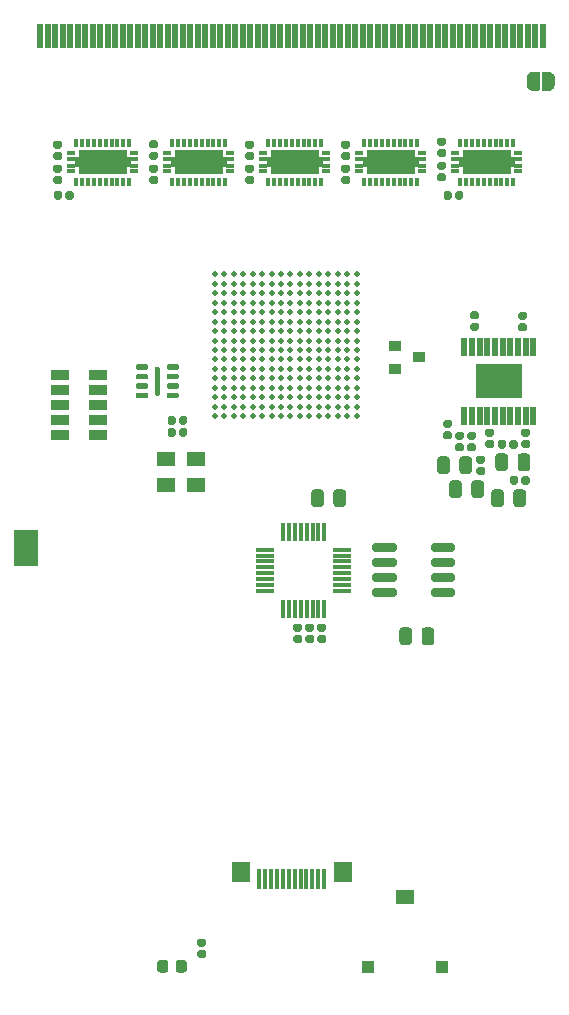
<source format=gts>
G04 #@! TF.GenerationSoftware,KiCad,Pcbnew,5.1.6-c6e7f7d~86~ubuntu18.04.1*
G04 #@! TF.CreationDate,2021-09-21T12:25:19+02:00*
G04 #@! TF.ProjectId,nhci,6e686369-2e6b-4696-9361-645f70636258,rev?*
G04 #@! TF.SameCoordinates,Original*
G04 #@! TF.FileFunction,Soldermask,Top*
G04 #@! TF.FilePolarity,Negative*
%FSLAX46Y46*%
G04 Gerber Fmt 4.6, Leading zero omitted, Abs format (unit mm)*
G04 Created by KiCad (PCBNEW 5.1.6-c6e7f7d~86~ubuntu18.04.1) date 2021-09-21 12:25:19*
%MOMM*%
%LPD*%
G01*
G04 APERTURE LIST*
%ADD10C,0.100000*%
%ADD11R,1.000000X0.900000*%
%ADD12R,1.500000X1.800000*%
%ADD13R,0.400000X1.800000*%
%ADD14R,0.500000X2.100000*%
%ADD15R,2.100000X3.100000*%
%ADD16R,1.570000X0.840000*%
%ADD17R,3.960000X2.840000*%
%ADD18R,0.550000X1.550000*%
%ADD19R,1.500000X1.300000*%
%ADD20R,1.575000X0.400000*%
%ADD21R,0.400000X1.575000*%
%ADD22R,1.000000X1.100000*%
%ADD23C,0.470000*%
%ADD24R,0.425000X0.850000*%
%ADD25R,0.700000X0.300000*%
%ADD26R,4.150000X2.150000*%
%ADD27R,0.700000X0.340000*%
%ADD28R,0.340000X0.700000*%
G04 APERTURE END LIST*
D10*
G36*
X86211889Y-102907398D02*
G01*
X86193466Y-102907398D01*
X86188565Y-102907157D01*
X86139734Y-102902347D01*
X86134881Y-102901627D01*
X86086756Y-102892055D01*
X86081995Y-102890863D01*
X86035040Y-102876619D01*
X86030421Y-102874966D01*
X85985088Y-102856189D01*
X85980651Y-102854091D01*
X85937378Y-102830960D01*
X85933171Y-102828438D01*
X85892372Y-102801178D01*
X85888430Y-102798254D01*
X85850501Y-102767126D01*
X85846866Y-102763831D01*
X85812169Y-102729134D01*
X85808874Y-102725499D01*
X85777746Y-102687570D01*
X85774822Y-102683628D01*
X85747562Y-102642829D01*
X85745040Y-102638622D01*
X85721909Y-102595349D01*
X85719811Y-102590912D01*
X85701034Y-102545579D01*
X85699381Y-102540960D01*
X85685137Y-102494005D01*
X85683945Y-102489244D01*
X85674373Y-102441119D01*
X85673653Y-102436266D01*
X85668843Y-102387435D01*
X85668602Y-102382534D01*
X85668602Y-102364111D01*
X85668000Y-102358000D01*
X85668000Y-101858000D01*
X85668602Y-101851889D01*
X85668602Y-101833466D01*
X85668843Y-101828565D01*
X85673653Y-101779734D01*
X85674373Y-101774881D01*
X85683945Y-101726756D01*
X85685137Y-101721995D01*
X85699381Y-101675040D01*
X85701034Y-101670421D01*
X85719811Y-101625088D01*
X85721909Y-101620651D01*
X85745040Y-101577378D01*
X85747562Y-101573171D01*
X85774822Y-101532372D01*
X85777746Y-101528430D01*
X85808874Y-101490501D01*
X85812169Y-101486866D01*
X85846866Y-101452169D01*
X85850501Y-101448874D01*
X85888430Y-101417746D01*
X85892372Y-101414822D01*
X85933171Y-101387562D01*
X85937378Y-101385040D01*
X85980651Y-101361909D01*
X85985088Y-101359811D01*
X86030421Y-101341034D01*
X86035040Y-101339381D01*
X86081995Y-101325137D01*
X86086756Y-101323945D01*
X86134881Y-101314373D01*
X86139734Y-101313653D01*
X86188565Y-101308843D01*
X86193466Y-101308602D01*
X86211889Y-101308602D01*
X86218000Y-101308000D01*
X86718000Y-101308000D01*
X86727755Y-101308961D01*
X86737134Y-101311806D01*
X86745779Y-101316427D01*
X86753355Y-101322645D01*
X86759573Y-101330221D01*
X86764194Y-101338866D01*
X86767039Y-101348245D01*
X86768000Y-101358000D01*
X86768000Y-102858000D01*
X86767039Y-102867755D01*
X86764194Y-102877134D01*
X86759573Y-102885779D01*
X86753355Y-102893355D01*
X86745779Y-102899573D01*
X86737134Y-102904194D01*
X86727755Y-102907039D01*
X86718000Y-102908000D01*
X86218000Y-102908000D01*
X86211889Y-102907398D01*
G37*
G36*
X87008245Y-102907039D02*
G01*
X86998866Y-102904194D01*
X86990221Y-102899573D01*
X86982645Y-102893355D01*
X86976427Y-102885779D01*
X86971806Y-102877134D01*
X86968961Y-102867755D01*
X86968000Y-102858000D01*
X86968000Y-101358000D01*
X86968961Y-101348245D01*
X86971806Y-101338866D01*
X86976427Y-101330221D01*
X86982645Y-101322645D01*
X86990221Y-101316427D01*
X86998866Y-101311806D01*
X87008245Y-101308961D01*
X87018000Y-101308000D01*
X87518000Y-101308000D01*
X87524111Y-101308602D01*
X87542534Y-101308602D01*
X87547435Y-101308843D01*
X87596266Y-101313653D01*
X87601119Y-101314373D01*
X87649244Y-101323945D01*
X87654005Y-101325137D01*
X87700960Y-101339381D01*
X87705579Y-101341034D01*
X87750912Y-101359811D01*
X87755349Y-101361909D01*
X87798622Y-101385040D01*
X87802829Y-101387562D01*
X87843628Y-101414822D01*
X87847570Y-101417746D01*
X87885499Y-101448874D01*
X87889134Y-101452169D01*
X87923831Y-101486866D01*
X87927126Y-101490501D01*
X87958254Y-101528430D01*
X87961178Y-101532372D01*
X87988438Y-101573171D01*
X87990960Y-101577378D01*
X88014091Y-101620651D01*
X88016189Y-101625088D01*
X88034966Y-101670421D01*
X88036619Y-101675040D01*
X88050863Y-101721995D01*
X88052055Y-101726756D01*
X88061627Y-101774881D01*
X88062347Y-101779734D01*
X88067157Y-101828565D01*
X88067398Y-101833466D01*
X88067398Y-101851889D01*
X88068000Y-101858000D01*
X88068000Y-102358000D01*
X88067398Y-102364111D01*
X88067398Y-102382534D01*
X88067157Y-102387435D01*
X88062347Y-102436266D01*
X88061627Y-102441119D01*
X88052055Y-102489244D01*
X88050863Y-102494005D01*
X88036619Y-102540960D01*
X88034966Y-102545579D01*
X88016189Y-102590912D01*
X88014091Y-102595349D01*
X87990960Y-102638622D01*
X87988438Y-102642829D01*
X87961178Y-102683628D01*
X87958254Y-102687570D01*
X87927126Y-102725499D01*
X87923831Y-102729134D01*
X87889134Y-102763831D01*
X87885499Y-102767126D01*
X87847570Y-102798254D01*
X87843628Y-102801178D01*
X87802829Y-102828438D01*
X87798622Y-102830960D01*
X87755349Y-102854091D01*
X87750912Y-102856189D01*
X87705579Y-102874966D01*
X87700960Y-102876619D01*
X87654005Y-102890863D01*
X87649244Y-102892055D01*
X87601119Y-102901627D01*
X87596266Y-102902347D01*
X87547435Y-102907157D01*
X87542534Y-102907398D01*
X87524111Y-102907398D01*
X87518000Y-102908000D01*
X87018000Y-102908000D01*
X87008245Y-102907039D01*
G37*
D11*
X76565000Y-125476000D03*
X74565000Y-126426000D03*
X74565000Y-124526000D03*
G36*
G01*
X46342000Y-111562500D02*
X46342000Y-111957500D01*
G75*
G02*
X46169500Y-112130000I-172500J0D01*
G01*
X45824500Y-112130000D01*
G75*
G02*
X45652000Y-111957500I0J172500D01*
G01*
X45652000Y-111562500D01*
G75*
G02*
X45824500Y-111390000I172500J0D01*
G01*
X46169500Y-111390000D01*
G75*
G02*
X46342000Y-111562500I0J-172500D01*
G01*
G37*
G36*
G01*
X47312000Y-111562500D02*
X47312000Y-111957500D01*
G75*
G02*
X47139500Y-112130000I-172500J0D01*
G01*
X46794500Y-112130000D01*
G75*
G02*
X46622000Y-111957500I0J172500D01*
G01*
X46622000Y-111562500D01*
G75*
G02*
X46794500Y-111390000I172500J0D01*
G01*
X47139500Y-111390000D01*
G75*
G02*
X47312000Y-111562500I0J-172500D01*
G01*
G37*
D12*
X61466000Y-169082000D03*
X70106000Y-169082000D03*
D13*
X63036000Y-169632000D03*
X63536000Y-169632000D03*
X64036000Y-169632000D03*
X64536000Y-169632000D03*
X65036000Y-169632000D03*
X65536000Y-169632000D03*
X68536000Y-169632000D03*
X68036000Y-169632000D03*
X67536000Y-169632000D03*
X67036000Y-169632000D03*
X66536000Y-169632000D03*
X66036000Y-169632000D03*
D14*
X44513500Y-98282000D03*
X45783500Y-98282000D03*
X47053500Y-98282000D03*
X48323500Y-98282000D03*
X49593500Y-98282000D03*
X50863500Y-98282000D03*
X52133500Y-98282000D03*
X53403500Y-98282000D03*
X54673500Y-98282000D03*
X55943500Y-98282000D03*
X57213500Y-98282000D03*
X58483500Y-98282000D03*
X59753500Y-98282000D03*
X61023500Y-98282000D03*
X62293500Y-98282000D03*
X63563500Y-98282000D03*
X64833500Y-98282000D03*
X66103500Y-98282000D03*
X67373500Y-98282000D03*
X68643500Y-98282000D03*
X69913500Y-98282000D03*
X71183500Y-98282000D03*
X72453500Y-98282000D03*
X73723500Y-98282000D03*
X74993500Y-98282000D03*
X76263500Y-98282000D03*
X77533500Y-98282000D03*
X78803500Y-98282000D03*
X80073500Y-98282000D03*
X81343500Y-98282000D03*
X82613500Y-98282000D03*
X83883500Y-98282000D03*
X85153500Y-98282000D03*
X86423500Y-98282000D03*
X45148500Y-98282000D03*
X46418500Y-98282000D03*
X47688500Y-98282000D03*
X48958500Y-98282000D03*
X50228500Y-98282000D03*
X51498500Y-98282000D03*
X52768500Y-98282000D03*
X54038500Y-98282000D03*
X55308500Y-98282000D03*
X56578500Y-98282000D03*
X57848500Y-98282000D03*
X59118500Y-98282000D03*
X60388500Y-98282000D03*
X61658500Y-98282000D03*
X62928500Y-98282000D03*
X64198500Y-98282000D03*
X65468500Y-98282000D03*
X66738500Y-98282000D03*
X68008500Y-98282000D03*
X69278500Y-98282000D03*
X70548500Y-98282000D03*
X71818500Y-98282000D03*
X73088500Y-98282000D03*
X74358500Y-98282000D03*
X75628500Y-98282000D03*
X76898500Y-98282000D03*
X78168500Y-98282000D03*
X79438500Y-98282000D03*
X80708500Y-98282000D03*
X81978500Y-98282000D03*
X83248500Y-98282000D03*
X84518500Y-98282000D03*
X85788500Y-98282000D03*
X87058500Y-98282000D03*
D15*
X43286000Y-141632000D03*
G36*
G01*
X55951500Y-177319250D02*
X55951500Y-176756750D01*
G75*
G02*
X56195250Y-176513000I243750J0D01*
G01*
X56682750Y-176513000D01*
G75*
G02*
X56926500Y-176756750I0J-243750D01*
G01*
X56926500Y-177319250D01*
G75*
G02*
X56682750Y-177563000I-243750J0D01*
G01*
X56195250Y-177563000D01*
G75*
G02*
X55951500Y-177319250I0J243750D01*
G01*
G37*
G36*
G01*
X54376500Y-177319250D02*
X54376500Y-176756750D01*
G75*
G02*
X54620250Y-176513000I243750J0D01*
G01*
X55107750Y-176513000D01*
G75*
G02*
X55351500Y-176756750I0J-243750D01*
G01*
X55351500Y-177319250D01*
G75*
G02*
X55107750Y-177563000I-243750J0D01*
G01*
X54620250Y-177563000D01*
G75*
G02*
X54376500Y-177319250I0J243750D01*
G01*
G37*
G36*
G01*
X57968500Y-175654000D02*
X58363500Y-175654000D01*
G75*
G02*
X58536000Y-175826500I0J-172500D01*
G01*
X58536000Y-176171500D01*
G75*
G02*
X58363500Y-176344000I-172500J0D01*
G01*
X57968500Y-176344000D01*
G75*
G02*
X57796000Y-176171500I0J172500D01*
G01*
X57796000Y-175826500D01*
G75*
G02*
X57968500Y-175654000I172500J0D01*
G01*
G37*
G36*
G01*
X57968500Y-174684000D02*
X58363500Y-174684000D01*
G75*
G02*
X58536000Y-174856500I0J-172500D01*
G01*
X58536000Y-175201500D01*
G75*
G02*
X58363500Y-175374000I-172500J0D01*
G01*
X57968500Y-175374000D01*
G75*
G02*
X57796000Y-175201500I0J172500D01*
G01*
X57796000Y-174856500D01*
G75*
G02*
X57968500Y-174684000I172500J0D01*
G01*
G37*
G36*
G01*
X56251000Y-132023500D02*
X56251000Y-131628500D01*
G75*
G02*
X56423500Y-131456000I172500J0D01*
G01*
X56768500Y-131456000D01*
G75*
G02*
X56941000Y-131628500I0J-172500D01*
G01*
X56941000Y-132023500D01*
G75*
G02*
X56768500Y-132196000I-172500J0D01*
G01*
X56423500Y-132196000D01*
G75*
G02*
X56251000Y-132023500I0J172500D01*
G01*
G37*
G36*
G01*
X55281000Y-132023500D02*
X55281000Y-131628500D01*
G75*
G02*
X55453500Y-131456000I172500J0D01*
G01*
X55798500Y-131456000D01*
G75*
G02*
X55971000Y-131628500I0J-172500D01*
G01*
X55971000Y-132023500D01*
G75*
G02*
X55798500Y-132196000I-172500J0D01*
G01*
X55453500Y-132196000D01*
G75*
G02*
X55281000Y-132023500I0J172500D01*
G01*
G37*
G36*
G01*
X56251000Y-131007500D02*
X56251000Y-130612500D01*
G75*
G02*
X56423500Y-130440000I172500J0D01*
G01*
X56768500Y-130440000D01*
G75*
G02*
X56941000Y-130612500I0J-172500D01*
G01*
X56941000Y-131007500D01*
G75*
G02*
X56768500Y-131180000I-172500J0D01*
G01*
X56423500Y-131180000D01*
G75*
G02*
X56251000Y-131007500I0J172500D01*
G01*
G37*
G36*
G01*
X55281000Y-131007500D02*
X55281000Y-130612500D01*
G75*
G02*
X55453500Y-130440000I172500J0D01*
G01*
X55798500Y-130440000D01*
G75*
G02*
X55971000Y-130612500I0J-172500D01*
G01*
X55971000Y-131007500D01*
G75*
G02*
X55798500Y-131180000I-172500J0D01*
G01*
X55453500Y-131180000D01*
G75*
G02*
X55281000Y-131007500I0J172500D01*
G01*
G37*
D16*
X46137000Y-132080000D03*
X49367000Y-132080000D03*
X46137000Y-130810000D03*
X49367000Y-130810000D03*
X46137000Y-129540000D03*
X49367000Y-129540000D03*
X46137000Y-128270000D03*
X49367000Y-128270000D03*
X46137000Y-127000000D03*
X49367000Y-127000000D03*
G36*
G01*
X77570000Y-141752000D02*
X77570000Y-141402000D01*
G75*
G02*
X77745000Y-141227000I175000J0D01*
G01*
X79445000Y-141227000D01*
G75*
G02*
X79620000Y-141402000I0J-175000D01*
G01*
X79620000Y-141752000D01*
G75*
G02*
X79445000Y-141927000I-175000J0D01*
G01*
X77745000Y-141927000D01*
G75*
G02*
X77570000Y-141752000I0J175000D01*
G01*
G37*
G36*
G01*
X77570000Y-143022000D02*
X77570000Y-142672000D01*
G75*
G02*
X77745000Y-142497000I175000J0D01*
G01*
X79445000Y-142497000D01*
G75*
G02*
X79620000Y-142672000I0J-175000D01*
G01*
X79620000Y-143022000D01*
G75*
G02*
X79445000Y-143197000I-175000J0D01*
G01*
X77745000Y-143197000D01*
G75*
G02*
X77570000Y-143022000I0J175000D01*
G01*
G37*
G36*
G01*
X77570000Y-144292000D02*
X77570000Y-143942000D01*
G75*
G02*
X77745000Y-143767000I175000J0D01*
G01*
X79445000Y-143767000D01*
G75*
G02*
X79620000Y-143942000I0J-175000D01*
G01*
X79620000Y-144292000D01*
G75*
G02*
X79445000Y-144467000I-175000J0D01*
G01*
X77745000Y-144467000D01*
G75*
G02*
X77570000Y-144292000I0J175000D01*
G01*
G37*
G36*
G01*
X77570000Y-145562000D02*
X77570000Y-145212000D01*
G75*
G02*
X77745000Y-145037000I175000J0D01*
G01*
X79445000Y-145037000D01*
G75*
G02*
X79620000Y-145212000I0J-175000D01*
G01*
X79620000Y-145562000D01*
G75*
G02*
X79445000Y-145737000I-175000J0D01*
G01*
X77745000Y-145737000D01*
G75*
G02*
X77570000Y-145562000I0J175000D01*
G01*
G37*
G36*
G01*
X72620000Y-145562000D02*
X72620000Y-145212000D01*
G75*
G02*
X72795000Y-145037000I175000J0D01*
G01*
X74495000Y-145037000D01*
G75*
G02*
X74670000Y-145212000I0J-175000D01*
G01*
X74670000Y-145562000D01*
G75*
G02*
X74495000Y-145737000I-175000J0D01*
G01*
X72795000Y-145737000D01*
G75*
G02*
X72620000Y-145562000I0J175000D01*
G01*
G37*
G36*
G01*
X72620000Y-144292000D02*
X72620000Y-143942000D01*
G75*
G02*
X72795000Y-143767000I175000J0D01*
G01*
X74495000Y-143767000D01*
G75*
G02*
X74670000Y-143942000I0J-175000D01*
G01*
X74670000Y-144292000D01*
G75*
G02*
X74495000Y-144467000I-175000J0D01*
G01*
X72795000Y-144467000D01*
G75*
G02*
X72620000Y-144292000I0J175000D01*
G01*
G37*
G36*
G01*
X72620000Y-143022000D02*
X72620000Y-142672000D01*
G75*
G02*
X72795000Y-142497000I175000J0D01*
G01*
X74495000Y-142497000D01*
G75*
G02*
X74670000Y-142672000I0J-175000D01*
G01*
X74670000Y-143022000D01*
G75*
G02*
X74495000Y-143197000I-175000J0D01*
G01*
X72795000Y-143197000D01*
G75*
G02*
X72620000Y-143022000I0J175000D01*
G01*
G37*
G36*
G01*
X72620000Y-141752000D02*
X72620000Y-141402000D01*
G75*
G02*
X72795000Y-141227000I175000J0D01*
G01*
X74495000Y-141227000D01*
G75*
G02*
X74670000Y-141402000I0J-175000D01*
G01*
X74670000Y-141752000D01*
G75*
G02*
X74495000Y-141927000I-175000J0D01*
G01*
X72795000Y-141927000D01*
G75*
G02*
X72620000Y-141752000I0J175000D01*
G01*
G37*
G36*
G01*
X66491500Y-148704000D02*
X66096500Y-148704000D01*
G75*
G02*
X65924000Y-148531500I0J172500D01*
G01*
X65924000Y-148186500D01*
G75*
G02*
X66096500Y-148014000I172500J0D01*
G01*
X66491500Y-148014000D01*
G75*
G02*
X66664000Y-148186500I0J-172500D01*
G01*
X66664000Y-148531500D01*
G75*
G02*
X66491500Y-148704000I-172500J0D01*
G01*
G37*
G36*
G01*
X66491500Y-149674000D02*
X66096500Y-149674000D01*
G75*
G02*
X65924000Y-149501500I0J172500D01*
G01*
X65924000Y-149156500D01*
G75*
G02*
X66096500Y-148984000I172500J0D01*
G01*
X66491500Y-148984000D01*
G75*
G02*
X66664000Y-149156500I0J-172500D01*
G01*
X66664000Y-149501500D01*
G75*
G02*
X66491500Y-149674000I-172500J0D01*
G01*
G37*
G36*
G01*
X67507500Y-148704000D02*
X67112500Y-148704000D01*
G75*
G02*
X66940000Y-148531500I0J172500D01*
G01*
X66940000Y-148186500D01*
G75*
G02*
X67112500Y-148014000I172500J0D01*
G01*
X67507500Y-148014000D01*
G75*
G02*
X67680000Y-148186500I0J-172500D01*
G01*
X67680000Y-148531500D01*
G75*
G02*
X67507500Y-148704000I-172500J0D01*
G01*
G37*
G36*
G01*
X67507500Y-149674000D02*
X67112500Y-149674000D01*
G75*
G02*
X66940000Y-149501500I0J172500D01*
G01*
X66940000Y-149156500D01*
G75*
G02*
X67112500Y-148984000I172500J0D01*
G01*
X67507500Y-148984000D01*
G75*
G02*
X67680000Y-149156500I0J-172500D01*
G01*
X67680000Y-149501500D01*
G75*
G02*
X67507500Y-149674000I-172500J0D01*
G01*
G37*
G36*
G01*
X76775500Y-149579250D02*
X76775500Y-148616750D01*
G75*
G02*
X77044250Y-148348000I268750J0D01*
G01*
X77581750Y-148348000D01*
G75*
G02*
X77850500Y-148616750I0J-268750D01*
G01*
X77850500Y-149579250D01*
G75*
G02*
X77581750Y-149848000I-268750J0D01*
G01*
X77044250Y-149848000D01*
G75*
G02*
X76775500Y-149579250I0J268750D01*
G01*
G37*
G36*
G01*
X74900500Y-149579250D02*
X74900500Y-148616750D01*
G75*
G02*
X75169250Y-148348000I268750J0D01*
G01*
X75706750Y-148348000D01*
G75*
G02*
X75975500Y-148616750I0J-268750D01*
G01*
X75975500Y-149579250D01*
G75*
G02*
X75706750Y-149848000I-268750J0D01*
G01*
X75169250Y-149848000D01*
G75*
G02*
X74900500Y-149579250I0J268750D01*
G01*
G37*
G36*
G01*
X68128500Y-148984000D02*
X68523500Y-148984000D01*
G75*
G02*
X68696000Y-149156500I0J-172500D01*
G01*
X68696000Y-149501500D01*
G75*
G02*
X68523500Y-149674000I-172500J0D01*
G01*
X68128500Y-149674000D01*
G75*
G02*
X67956000Y-149501500I0J172500D01*
G01*
X67956000Y-149156500D01*
G75*
G02*
X68128500Y-148984000I172500J0D01*
G01*
G37*
G36*
G01*
X68128500Y-148014000D02*
X68523500Y-148014000D01*
G75*
G02*
X68696000Y-148186500I0J-172500D01*
G01*
X68696000Y-148531500D01*
G75*
G02*
X68523500Y-148704000I-172500J0D01*
G01*
X68128500Y-148704000D01*
G75*
G02*
X67956000Y-148531500I0J172500D01*
G01*
X67956000Y-148186500D01*
G75*
G02*
X68128500Y-148014000I172500J0D01*
G01*
G37*
G36*
G01*
X68512500Y-136932750D02*
X68512500Y-137895250D01*
G75*
G02*
X68243750Y-138164000I-268750J0D01*
G01*
X67706250Y-138164000D01*
G75*
G02*
X67437500Y-137895250I0J268750D01*
G01*
X67437500Y-136932750D01*
G75*
G02*
X67706250Y-136664000I268750J0D01*
G01*
X68243750Y-136664000D01*
G75*
G02*
X68512500Y-136932750I0J-268750D01*
G01*
G37*
G36*
G01*
X70387500Y-136932750D02*
X70387500Y-137895250D01*
G75*
G02*
X70118750Y-138164000I-268750J0D01*
G01*
X69581250Y-138164000D01*
G75*
G02*
X69312500Y-137895250I0J268750D01*
G01*
X69312500Y-136932750D01*
G75*
G02*
X69581250Y-136664000I268750J0D01*
G01*
X70118750Y-136664000D01*
G75*
G02*
X70387500Y-136932750I0J-268750D01*
G01*
G37*
G36*
G01*
X85146500Y-122591000D02*
X85541500Y-122591000D01*
G75*
G02*
X85714000Y-122763500I0J-172500D01*
G01*
X85714000Y-123108500D01*
G75*
G02*
X85541500Y-123281000I-172500J0D01*
G01*
X85146500Y-123281000D01*
G75*
G02*
X84974000Y-123108500I0J172500D01*
G01*
X84974000Y-122763500D01*
G75*
G02*
X85146500Y-122591000I172500J0D01*
G01*
G37*
G36*
G01*
X85146500Y-121621000D02*
X85541500Y-121621000D01*
G75*
G02*
X85714000Y-121793500I0J-172500D01*
G01*
X85714000Y-122138500D01*
G75*
G02*
X85541500Y-122311000I-172500J0D01*
G01*
X85146500Y-122311000D01*
G75*
G02*
X84974000Y-122138500I0J172500D01*
G01*
X84974000Y-121793500D01*
G75*
G02*
X85146500Y-121621000I172500J0D01*
G01*
G37*
G36*
G01*
X81082500Y-122545000D02*
X81477500Y-122545000D01*
G75*
G02*
X81650000Y-122717500I0J-172500D01*
G01*
X81650000Y-123062500D01*
G75*
G02*
X81477500Y-123235000I-172500J0D01*
G01*
X81082500Y-123235000D01*
G75*
G02*
X80910000Y-123062500I0J172500D01*
G01*
X80910000Y-122717500D01*
G75*
G02*
X81082500Y-122545000I172500J0D01*
G01*
G37*
G36*
G01*
X81082500Y-121575000D02*
X81477500Y-121575000D01*
G75*
G02*
X81650000Y-121747500I0J-172500D01*
G01*
X81650000Y-122092500D01*
G75*
G02*
X81477500Y-122265000I-172500J0D01*
G01*
X81082500Y-122265000D01*
G75*
G02*
X80910000Y-122092500I0J172500D01*
G01*
X80910000Y-121747500D01*
G75*
G02*
X81082500Y-121575000I172500J0D01*
G01*
G37*
G36*
G01*
X78796500Y-131735000D02*
X79191500Y-131735000D01*
G75*
G02*
X79364000Y-131907500I0J-172500D01*
G01*
X79364000Y-132252500D01*
G75*
G02*
X79191500Y-132425000I-172500J0D01*
G01*
X78796500Y-132425000D01*
G75*
G02*
X78624000Y-132252500I0J172500D01*
G01*
X78624000Y-131907500D01*
G75*
G02*
X78796500Y-131735000I172500J0D01*
G01*
G37*
G36*
G01*
X78796500Y-130765000D02*
X79191500Y-130765000D01*
G75*
G02*
X79364000Y-130937500I0J-172500D01*
G01*
X79364000Y-131282500D01*
G75*
G02*
X79191500Y-131455000I-172500J0D01*
G01*
X78796500Y-131455000D01*
G75*
G02*
X78624000Y-131282500I0J172500D01*
G01*
X78624000Y-130937500D01*
G75*
G02*
X78796500Y-130765000I172500J0D01*
G01*
G37*
G36*
G01*
X79812500Y-132751000D02*
X80207500Y-132751000D01*
G75*
G02*
X80380000Y-132923500I0J-172500D01*
G01*
X80380000Y-133268500D01*
G75*
G02*
X80207500Y-133441000I-172500J0D01*
G01*
X79812500Y-133441000D01*
G75*
G02*
X79640000Y-133268500I0J172500D01*
G01*
X79640000Y-132923500D01*
G75*
G02*
X79812500Y-132751000I172500J0D01*
G01*
G37*
G36*
G01*
X79812500Y-131781000D02*
X80207500Y-131781000D01*
G75*
G02*
X80380000Y-131953500I0J-172500D01*
G01*
X80380000Y-132298500D01*
G75*
G02*
X80207500Y-132471000I-172500J0D01*
G01*
X79812500Y-132471000D01*
G75*
G02*
X79640000Y-132298500I0J172500D01*
G01*
X79640000Y-131953500D01*
G75*
G02*
X79812500Y-131781000I172500J0D01*
G01*
G37*
G36*
G01*
X82352500Y-132474000D02*
X82747500Y-132474000D01*
G75*
G02*
X82920000Y-132646500I0J-172500D01*
G01*
X82920000Y-132991500D01*
G75*
G02*
X82747500Y-133164000I-172500J0D01*
G01*
X82352500Y-133164000D01*
G75*
G02*
X82180000Y-132991500I0J172500D01*
G01*
X82180000Y-132646500D01*
G75*
G02*
X82352500Y-132474000I172500J0D01*
G01*
G37*
G36*
G01*
X82352500Y-131504000D02*
X82747500Y-131504000D01*
G75*
G02*
X82920000Y-131676500I0J-172500D01*
G01*
X82920000Y-132021500D01*
G75*
G02*
X82747500Y-132194000I-172500J0D01*
G01*
X82352500Y-132194000D01*
G75*
G02*
X82180000Y-132021500I0J172500D01*
G01*
X82180000Y-131676500D01*
G75*
G02*
X82352500Y-131504000I172500J0D01*
G01*
G37*
G36*
G01*
X84214000Y-133039500D02*
X84214000Y-132644500D01*
G75*
G02*
X84386500Y-132472000I172500J0D01*
G01*
X84731500Y-132472000D01*
G75*
G02*
X84904000Y-132644500I0J-172500D01*
G01*
X84904000Y-133039500D01*
G75*
G02*
X84731500Y-133212000I-172500J0D01*
G01*
X84386500Y-133212000D01*
G75*
G02*
X84214000Y-133039500I0J172500D01*
G01*
G37*
G36*
G01*
X83244000Y-133039500D02*
X83244000Y-132644500D01*
G75*
G02*
X83416500Y-132472000I172500J0D01*
G01*
X83761500Y-132472000D01*
G75*
G02*
X83934000Y-132644500I0J-172500D01*
G01*
X83934000Y-133039500D01*
G75*
G02*
X83761500Y-133212000I-172500J0D01*
G01*
X83416500Y-133212000D01*
G75*
G02*
X83244000Y-133039500I0J172500D01*
G01*
G37*
G36*
G01*
X84950000Y-135692500D02*
X84950000Y-136087500D01*
G75*
G02*
X84777500Y-136260000I-172500J0D01*
G01*
X84432500Y-136260000D01*
G75*
G02*
X84260000Y-136087500I0J172500D01*
G01*
X84260000Y-135692500D01*
G75*
G02*
X84432500Y-135520000I172500J0D01*
G01*
X84777500Y-135520000D01*
G75*
G02*
X84950000Y-135692500I0J-172500D01*
G01*
G37*
G36*
G01*
X85920000Y-135692500D02*
X85920000Y-136087500D01*
G75*
G02*
X85747500Y-136260000I-172500J0D01*
G01*
X85402500Y-136260000D01*
G75*
G02*
X85230000Y-136087500I0J172500D01*
G01*
X85230000Y-135692500D01*
G75*
G02*
X85402500Y-135520000I172500J0D01*
G01*
X85747500Y-135520000D01*
G75*
G02*
X85920000Y-135692500I0J-172500D01*
G01*
G37*
G36*
G01*
X81590500Y-134760000D02*
X81985500Y-134760000D01*
G75*
G02*
X82158000Y-134932500I0J-172500D01*
G01*
X82158000Y-135277500D01*
G75*
G02*
X81985500Y-135450000I-172500J0D01*
G01*
X81590500Y-135450000D01*
G75*
G02*
X81418000Y-135277500I0J172500D01*
G01*
X81418000Y-134932500D01*
G75*
G02*
X81590500Y-134760000I172500J0D01*
G01*
G37*
G36*
G01*
X81590500Y-133790000D02*
X81985500Y-133790000D01*
G75*
G02*
X82158000Y-133962500I0J-172500D01*
G01*
X82158000Y-134307500D01*
G75*
G02*
X81985500Y-134480000I-172500J0D01*
G01*
X81590500Y-134480000D01*
G75*
G02*
X81418000Y-134307500I0J172500D01*
G01*
X81418000Y-133962500D01*
G75*
G02*
X81590500Y-133790000I172500J0D01*
G01*
G37*
D17*
X83312000Y-127508000D03*
D18*
X80387000Y-124583000D03*
X81037000Y-124583000D03*
X81687000Y-124583000D03*
X82337000Y-124583000D03*
X82987000Y-124583000D03*
X83637000Y-124583000D03*
X84287000Y-124583000D03*
X84937000Y-124583000D03*
X85587000Y-124583000D03*
X86237000Y-124583000D03*
X86237000Y-130433000D03*
X85587000Y-130433000D03*
X84937000Y-130433000D03*
X84287000Y-130433000D03*
X83637000Y-130433000D03*
X82987000Y-130433000D03*
X82337000Y-130433000D03*
X81687000Y-130433000D03*
X81037000Y-130433000D03*
X80387000Y-130433000D03*
G36*
G01*
X85400500Y-132474000D02*
X85795500Y-132474000D01*
G75*
G02*
X85968000Y-132646500I0J-172500D01*
G01*
X85968000Y-132991500D01*
G75*
G02*
X85795500Y-133164000I-172500J0D01*
G01*
X85400500Y-133164000D01*
G75*
G02*
X85228000Y-132991500I0J172500D01*
G01*
X85228000Y-132646500D01*
G75*
G02*
X85400500Y-132474000I172500J0D01*
G01*
G37*
G36*
G01*
X85400500Y-131504000D02*
X85795500Y-131504000D01*
G75*
G02*
X85968000Y-131676500I0J-172500D01*
G01*
X85968000Y-132021500D01*
G75*
G02*
X85795500Y-132194000I-172500J0D01*
G01*
X85400500Y-132194000D01*
G75*
G02*
X85228000Y-132021500I0J172500D01*
G01*
X85228000Y-131676500D01*
G75*
G02*
X85400500Y-131504000I172500J0D01*
G01*
G37*
G36*
G01*
X80828500Y-132751000D02*
X81223500Y-132751000D01*
G75*
G02*
X81396000Y-132923500I0J-172500D01*
G01*
X81396000Y-133268500D01*
G75*
G02*
X81223500Y-133441000I-172500J0D01*
G01*
X80828500Y-133441000D01*
G75*
G02*
X80656000Y-133268500I0J172500D01*
G01*
X80656000Y-132923500D01*
G75*
G02*
X80828500Y-132751000I172500J0D01*
G01*
G37*
G36*
G01*
X80828500Y-131781000D02*
X81223500Y-131781000D01*
G75*
G02*
X81396000Y-131953500I0J-172500D01*
G01*
X81396000Y-132298500D01*
G75*
G02*
X81223500Y-132471000I-172500J0D01*
G01*
X80828500Y-132471000D01*
G75*
G02*
X80656000Y-132298500I0J172500D01*
G01*
X80656000Y-131953500D01*
G75*
G02*
X80828500Y-131781000I172500J0D01*
G01*
G37*
G36*
G01*
X84903500Y-134847250D02*
X84903500Y-133884750D01*
G75*
G02*
X85172250Y-133616000I268750J0D01*
G01*
X85709750Y-133616000D01*
G75*
G02*
X85978500Y-133884750I0J-268750D01*
G01*
X85978500Y-134847250D01*
G75*
G02*
X85709750Y-135116000I-268750J0D01*
G01*
X85172250Y-135116000D01*
G75*
G02*
X84903500Y-134847250I0J268750D01*
G01*
G37*
G36*
G01*
X83028500Y-134847250D02*
X83028500Y-133884750D01*
G75*
G02*
X83297250Y-133616000I268750J0D01*
G01*
X83834750Y-133616000D01*
G75*
G02*
X84103500Y-133884750I0J-268750D01*
G01*
X84103500Y-134847250D01*
G75*
G02*
X83834750Y-135116000I-268750J0D01*
G01*
X83297250Y-135116000D01*
G75*
G02*
X83028500Y-134847250I0J268750D01*
G01*
G37*
G36*
G01*
X79980500Y-135101250D02*
X79980500Y-134138750D01*
G75*
G02*
X80249250Y-133870000I268750J0D01*
G01*
X80786750Y-133870000D01*
G75*
G02*
X81055500Y-134138750I0J-268750D01*
G01*
X81055500Y-135101250D01*
G75*
G02*
X80786750Y-135370000I-268750J0D01*
G01*
X80249250Y-135370000D01*
G75*
G02*
X79980500Y-135101250I0J268750D01*
G01*
G37*
G36*
G01*
X78105500Y-135101250D02*
X78105500Y-134138750D01*
G75*
G02*
X78374250Y-133870000I268750J0D01*
G01*
X78911750Y-133870000D01*
G75*
G02*
X79180500Y-134138750I0J-268750D01*
G01*
X79180500Y-135101250D01*
G75*
G02*
X78911750Y-135370000I-268750J0D01*
G01*
X78374250Y-135370000D01*
G75*
G02*
X78105500Y-135101250I0J268750D01*
G01*
G37*
G36*
G01*
X84552500Y-137895250D02*
X84552500Y-136932750D01*
G75*
G02*
X84821250Y-136664000I268750J0D01*
G01*
X85358750Y-136664000D01*
G75*
G02*
X85627500Y-136932750I0J-268750D01*
G01*
X85627500Y-137895250D01*
G75*
G02*
X85358750Y-138164000I-268750J0D01*
G01*
X84821250Y-138164000D01*
G75*
G02*
X84552500Y-137895250I0J268750D01*
G01*
G37*
G36*
G01*
X82677500Y-137895250D02*
X82677500Y-136932750D01*
G75*
G02*
X82946250Y-136664000I268750J0D01*
G01*
X83483750Y-136664000D01*
G75*
G02*
X83752500Y-136932750I0J-268750D01*
G01*
X83752500Y-137895250D01*
G75*
G02*
X83483750Y-138164000I-268750J0D01*
G01*
X82946250Y-138164000D01*
G75*
G02*
X82677500Y-137895250I0J268750D01*
G01*
G37*
G36*
G01*
X80996500Y-137133250D02*
X80996500Y-136170750D01*
G75*
G02*
X81265250Y-135902000I268750J0D01*
G01*
X81802750Y-135902000D01*
G75*
G02*
X82071500Y-136170750I0J-268750D01*
G01*
X82071500Y-137133250D01*
G75*
G02*
X81802750Y-137402000I-268750J0D01*
G01*
X81265250Y-137402000D01*
G75*
G02*
X80996500Y-137133250I0J268750D01*
G01*
G37*
G36*
G01*
X79121500Y-137133250D02*
X79121500Y-136170750D01*
G75*
G02*
X79390250Y-135902000I268750J0D01*
G01*
X79927750Y-135902000D01*
G75*
G02*
X80196500Y-136170750I0J-268750D01*
G01*
X80196500Y-137133250D01*
G75*
G02*
X79927750Y-137402000I-268750J0D01*
G01*
X79390250Y-137402000D01*
G75*
G02*
X79121500Y-137133250I0J268750D01*
G01*
G37*
G36*
G01*
X79339000Y-111562500D02*
X79339000Y-111957500D01*
G75*
G02*
X79166500Y-112130000I-172500J0D01*
G01*
X78821500Y-112130000D01*
G75*
G02*
X78649000Y-111957500I0J172500D01*
G01*
X78649000Y-111562500D01*
G75*
G02*
X78821500Y-111390000I172500J0D01*
G01*
X79166500Y-111390000D01*
G75*
G02*
X79339000Y-111562500I0J-172500D01*
G01*
G37*
G36*
G01*
X80309000Y-111562500D02*
X80309000Y-111957500D01*
G75*
G02*
X80136500Y-112130000I-172500J0D01*
G01*
X79791500Y-112130000D01*
G75*
G02*
X79619000Y-111957500I0J172500D01*
G01*
X79619000Y-111562500D01*
G75*
G02*
X79791500Y-111390000I172500J0D01*
G01*
X80136500Y-111390000D01*
G75*
G02*
X80309000Y-111562500I0J-172500D01*
G01*
G37*
D19*
X55118000Y-134112000D03*
X57658000Y-134112000D03*
X57658000Y-136312000D03*
X55118000Y-136312000D03*
D20*
X70040000Y-141760000D03*
X70040000Y-142260000D03*
X70040000Y-142760000D03*
X70040000Y-143260000D03*
X70040000Y-143760000D03*
X70040000Y-144260000D03*
X70040000Y-144760000D03*
X70040000Y-145260000D03*
D21*
X68552000Y-146748000D03*
X68052000Y-146748000D03*
X67552000Y-146748000D03*
X67052000Y-146748000D03*
X66552000Y-146748000D03*
X66052000Y-146748000D03*
X65552000Y-146748000D03*
X65052000Y-146748000D03*
D20*
X63564000Y-145260000D03*
X63564000Y-144760000D03*
X63564000Y-144260000D03*
X63564000Y-143760000D03*
X63564000Y-143260000D03*
X63564000Y-142760000D03*
X63564000Y-142260000D03*
X63564000Y-141760000D03*
D21*
X65052000Y-140272000D03*
X65552000Y-140272000D03*
X66052000Y-140272000D03*
X66552000Y-140272000D03*
X67052000Y-140272000D03*
X67552000Y-140272000D03*
X68052000Y-140272000D03*
X68552000Y-140272000D03*
D19*
X75386000Y-171196000D03*
D22*
X72286000Y-177096000D03*
X78486000Y-177096000D03*
G36*
G01*
X54512000Y-128758000D02*
X54312000Y-128758000D01*
G75*
G02*
X54212000Y-128658000I0J100000D01*
G01*
X54212000Y-126358000D01*
G75*
G02*
X54312000Y-126258000I100000J0D01*
G01*
X54512000Y-126258000D01*
G75*
G02*
X54612000Y-126358000I0J-100000D01*
G01*
X54612000Y-128658000D01*
G75*
G02*
X54512000Y-128758000I-100000J0D01*
G01*
G37*
G36*
G01*
X53524500Y-128933000D02*
X52699500Y-128933000D01*
G75*
G02*
X52587000Y-128820500I0J112500D01*
G01*
X52587000Y-128595500D01*
G75*
G02*
X52699500Y-128483000I112500J0D01*
G01*
X53524500Y-128483000D01*
G75*
G02*
X53637000Y-128595500I0J-112500D01*
G01*
X53637000Y-128820500D01*
G75*
G02*
X53524500Y-128933000I-112500J0D01*
G01*
G37*
G36*
G01*
X53524500Y-128133000D02*
X52699500Y-128133000D01*
G75*
G02*
X52587000Y-128020500I0J112500D01*
G01*
X52587000Y-127795500D01*
G75*
G02*
X52699500Y-127683000I112500J0D01*
G01*
X53524500Y-127683000D01*
G75*
G02*
X53637000Y-127795500I0J-112500D01*
G01*
X53637000Y-128020500D01*
G75*
G02*
X53524500Y-128133000I-112500J0D01*
G01*
G37*
G36*
G01*
X53524500Y-127333000D02*
X52699500Y-127333000D01*
G75*
G02*
X52587000Y-127220500I0J112500D01*
G01*
X52587000Y-126995500D01*
G75*
G02*
X52699500Y-126883000I112500J0D01*
G01*
X53524500Y-126883000D01*
G75*
G02*
X53637000Y-126995500I0J-112500D01*
G01*
X53637000Y-127220500D01*
G75*
G02*
X53524500Y-127333000I-112500J0D01*
G01*
G37*
G36*
G01*
X53524500Y-126533000D02*
X52699500Y-126533000D01*
G75*
G02*
X52587000Y-126420500I0J112500D01*
G01*
X52587000Y-126195500D01*
G75*
G02*
X52699500Y-126083000I112500J0D01*
G01*
X53524500Y-126083000D01*
G75*
G02*
X53637000Y-126195500I0J-112500D01*
G01*
X53637000Y-126420500D01*
G75*
G02*
X53524500Y-126533000I-112500J0D01*
G01*
G37*
G36*
G01*
X56124500Y-126533000D02*
X55299500Y-126533000D01*
G75*
G02*
X55187000Y-126420500I0J112500D01*
G01*
X55187000Y-126195500D01*
G75*
G02*
X55299500Y-126083000I112500J0D01*
G01*
X56124500Y-126083000D01*
G75*
G02*
X56237000Y-126195500I0J-112500D01*
G01*
X56237000Y-126420500D01*
G75*
G02*
X56124500Y-126533000I-112500J0D01*
G01*
G37*
G36*
G01*
X56124500Y-127333000D02*
X55299500Y-127333000D01*
G75*
G02*
X55187000Y-127220500I0J112500D01*
G01*
X55187000Y-126995500D01*
G75*
G02*
X55299500Y-126883000I112500J0D01*
G01*
X56124500Y-126883000D01*
G75*
G02*
X56237000Y-126995500I0J-112500D01*
G01*
X56237000Y-127220500D01*
G75*
G02*
X56124500Y-127333000I-112500J0D01*
G01*
G37*
G36*
G01*
X56124500Y-128133000D02*
X55299500Y-128133000D01*
G75*
G02*
X55187000Y-128020500I0J112500D01*
G01*
X55187000Y-127795500D01*
G75*
G02*
X55299500Y-127683000I112500J0D01*
G01*
X56124500Y-127683000D01*
G75*
G02*
X56237000Y-127795500I0J-112500D01*
G01*
X56237000Y-128020500D01*
G75*
G02*
X56124500Y-128133000I-112500J0D01*
G01*
G37*
G36*
G01*
X56124500Y-128933000D02*
X55299500Y-128933000D01*
G75*
G02*
X55187000Y-128820500I0J112500D01*
G01*
X55187000Y-128595500D01*
G75*
G02*
X55299500Y-128483000I112500J0D01*
G01*
X56124500Y-128483000D01*
G75*
G02*
X56237000Y-128595500I0J-112500D01*
G01*
X56237000Y-128820500D01*
G75*
G02*
X56124500Y-128933000I-112500J0D01*
G01*
G37*
D23*
X59278000Y-130460000D03*
X60078000Y-130460000D03*
X60878000Y-130460000D03*
X61678000Y-130460000D03*
X62478000Y-130460000D03*
X63278000Y-130460000D03*
X64078000Y-130460000D03*
X64878000Y-130460000D03*
X65678000Y-130460000D03*
X66478000Y-130460000D03*
X67278000Y-130460000D03*
X68078000Y-130460000D03*
X68878000Y-130460000D03*
X69678000Y-130460000D03*
X70478000Y-130460000D03*
X71278000Y-130460000D03*
X59278000Y-129660000D03*
X60078000Y-129660000D03*
X60878000Y-129660000D03*
X61678000Y-129660000D03*
X62478000Y-129660000D03*
X63278000Y-129660000D03*
X64078000Y-129660000D03*
X64878000Y-129660000D03*
X65678000Y-129660000D03*
X66478000Y-129660000D03*
X67278000Y-129660000D03*
X68078000Y-129660000D03*
X68878000Y-129660000D03*
X69678000Y-129660000D03*
X70478000Y-129660000D03*
X71278000Y-129660000D03*
X59278000Y-128860000D03*
X60078000Y-128860000D03*
X60878000Y-128860000D03*
X61678000Y-128860000D03*
X62478000Y-128860000D03*
X63278000Y-128860000D03*
X64078000Y-128860000D03*
X64878000Y-128860000D03*
X65678000Y-128860000D03*
X66478000Y-128860000D03*
X67278000Y-128860000D03*
X68078000Y-128860000D03*
X68878000Y-128860000D03*
X69678000Y-128860000D03*
X70478000Y-128860000D03*
X71278000Y-128860000D03*
X59278000Y-128060000D03*
X60078000Y-128060000D03*
X60878000Y-128060000D03*
X61678000Y-128060000D03*
X62478000Y-128060000D03*
X63278000Y-128060000D03*
X64078000Y-128060000D03*
X64878000Y-128060000D03*
X65678000Y-128060000D03*
X66478000Y-128060000D03*
X67278000Y-128060000D03*
X68078000Y-128060000D03*
X68878000Y-128060000D03*
X69678000Y-128060000D03*
X70478000Y-128060000D03*
X71278000Y-128060000D03*
X59278000Y-127260000D03*
X60078000Y-127260000D03*
X60878000Y-127260000D03*
X61678000Y-127260000D03*
X62478000Y-127260000D03*
X63278000Y-127260000D03*
X64078000Y-127260000D03*
X64878000Y-127260000D03*
X65678000Y-127260000D03*
X66478000Y-127260000D03*
X67278000Y-127260000D03*
X68078000Y-127260000D03*
X68878000Y-127260000D03*
X69678000Y-127260000D03*
X70478000Y-127260000D03*
X71278000Y-127260000D03*
X59278000Y-126460000D03*
X60078000Y-126460000D03*
X60878000Y-126460000D03*
X61678000Y-126460000D03*
X62478000Y-126460000D03*
X63278000Y-126460000D03*
X64078000Y-126460000D03*
X64878000Y-126460000D03*
X65678000Y-126460000D03*
X66478000Y-126460000D03*
X67278000Y-126460000D03*
X68078000Y-126460000D03*
X68878000Y-126460000D03*
X69678000Y-126460000D03*
X70478000Y-126460000D03*
X71278000Y-126460000D03*
X59278000Y-125660000D03*
X60078000Y-125660000D03*
X60878000Y-125660000D03*
X61678000Y-125660000D03*
X62478000Y-125660000D03*
X63278000Y-125660000D03*
X64078000Y-125660000D03*
X64878000Y-125660000D03*
X65678000Y-125660000D03*
X66478000Y-125660000D03*
X67278000Y-125660000D03*
X68078000Y-125660000D03*
X68878000Y-125660000D03*
X69678000Y-125660000D03*
X70478000Y-125660000D03*
X71278000Y-125660000D03*
X59278000Y-124860000D03*
X60078000Y-124860000D03*
X60878000Y-124860000D03*
X61678000Y-124860000D03*
X62478000Y-124860000D03*
X63278000Y-124860000D03*
X64078000Y-124860000D03*
X64878000Y-124860000D03*
X65678000Y-124860000D03*
X66478000Y-124860000D03*
X67278000Y-124860000D03*
X68078000Y-124860000D03*
X68878000Y-124860000D03*
X69678000Y-124860000D03*
X70478000Y-124860000D03*
X71278000Y-124860000D03*
X59278000Y-124060000D03*
X60078000Y-124060000D03*
X60878000Y-124060000D03*
X61678000Y-124060000D03*
X62478000Y-124060000D03*
X63278000Y-124060000D03*
X64078000Y-124060000D03*
X64878000Y-124060000D03*
X65678000Y-124060000D03*
X66478000Y-124060000D03*
X67278000Y-124060000D03*
X68078000Y-124060000D03*
X68878000Y-124060000D03*
X69678000Y-124060000D03*
X70478000Y-124060000D03*
X71278000Y-124060000D03*
X59278000Y-123260000D03*
X60078000Y-123260000D03*
X60878000Y-123260000D03*
X61678000Y-123260000D03*
X62478000Y-123260000D03*
X63278000Y-123260000D03*
X64078000Y-123260000D03*
X64878000Y-123260000D03*
X65678000Y-123260000D03*
X66478000Y-123260000D03*
X67278000Y-123260000D03*
X68078000Y-123260000D03*
X68878000Y-123260000D03*
X69678000Y-123260000D03*
X70478000Y-123260000D03*
X71278000Y-123260000D03*
X59278000Y-122460000D03*
X60078000Y-122460000D03*
X60878000Y-122460000D03*
X61678000Y-122460000D03*
X62478000Y-122460000D03*
X63278000Y-122460000D03*
X64078000Y-122460000D03*
X64878000Y-122460000D03*
X65678000Y-122460000D03*
X66478000Y-122460000D03*
X67278000Y-122460000D03*
X68078000Y-122460000D03*
X68878000Y-122460000D03*
X69678000Y-122460000D03*
X70478000Y-122460000D03*
X71278000Y-122460000D03*
X59278000Y-121660000D03*
X60078000Y-121660000D03*
X60878000Y-121660000D03*
X61678000Y-121660000D03*
X62478000Y-121660000D03*
X63278000Y-121660000D03*
X64078000Y-121660000D03*
X64878000Y-121660000D03*
X65678000Y-121660000D03*
X66478000Y-121660000D03*
X67278000Y-121660000D03*
X68078000Y-121660000D03*
X68878000Y-121660000D03*
X69678000Y-121660000D03*
X70478000Y-121660000D03*
X71278000Y-121660000D03*
X59278000Y-120860000D03*
X60078000Y-120860000D03*
X60878000Y-120860000D03*
X61678000Y-120860000D03*
X62478000Y-120860000D03*
X63278000Y-120860000D03*
X64078000Y-120860000D03*
X64878000Y-120860000D03*
X65678000Y-120860000D03*
X66478000Y-120860000D03*
X67278000Y-120860000D03*
X68078000Y-120860000D03*
X68878000Y-120860000D03*
X69678000Y-120860000D03*
X70478000Y-120860000D03*
X71278000Y-120860000D03*
X59278000Y-120060000D03*
X60078000Y-120060000D03*
X60878000Y-120060000D03*
X61678000Y-120060000D03*
X62478000Y-120060000D03*
X63278000Y-120060000D03*
X64078000Y-120060000D03*
X64878000Y-120060000D03*
X65678000Y-120060000D03*
X66478000Y-120060000D03*
X67278000Y-120060000D03*
X68078000Y-120060000D03*
X68878000Y-120060000D03*
X69678000Y-120060000D03*
X70478000Y-120060000D03*
X71278000Y-120060000D03*
X59278000Y-119260000D03*
X60078000Y-119260000D03*
X60878000Y-119260000D03*
X61678000Y-119260000D03*
X62478000Y-119260000D03*
X63278000Y-119260000D03*
X64078000Y-119260000D03*
X64878000Y-119260000D03*
X65678000Y-119260000D03*
X66478000Y-119260000D03*
X67278000Y-119260000D03*
X68078000Y-119260000D03*
X68878000Y-119260000D03*
X69678000Y-119260000D03*
X70478000Y-119260000D03*
X71278000Y-119260000D03*
X59278000Y-118460000D03*
X60078000Y-118460000D03*
X60878000Y-118460000D03*
X61678000Y-118460000D03*
X62478000Y-118460000D03*
X63278000Y-118460000D03*
X64078000Y-118460000D03*
X64878000Y-118460000D03*
X65678000Y-118460000D03*
X66478000Y-118460000D03*
X67278000Y-118460000D03*
X68078000Y-118460000D03*
X68878000Y-118460000D03*
X69678000Y-118460000D03*
X70478000Y-118460000D03*
X71278000Y-118460000D03*
G36*
G01*
X46171500Y-109842000D02*
X45776500Y-109842000D01*
G75*
G02*
X45604000Y-109669500I0J172500D01*
G01*
X45604000Y-109324500D01*
G75*
G02*
X45776500Y-109152000I172500J0D01*
G01*
X46171500Y-109152000D01*
G75*
G02*
X46344000Y-109324500I0J-172500D01*
G01*
X46344000Y-109669500D01*
G75*
G02*
X46171500Y-109842000I-172500J0D01*
G01*
G37*
G36*
G01*
X46171500Y-110812000D02*
X45776500Y-110812000D01*
G75*
G02*
X45604000Y-110639500I0J172500D01*
G01*
X45604000Y-110294500D01*
G75*
G02*
X45776500Y-110122000I172500J0D01*
G01*
X46171500Y-110122000D01*
G75*
G02*
X46344000Y-110294500I0J-172500D01*
G01*
X46344000Y-110639500D01*
G75*
G02*
X46171500Y-110812000I-172500J0D01*
G01*
G37*
G36*
G01*
X45776500Y-108090000D02*
X46171500Y-108090000D01*
G75*
G02*
X46344000Y-108262500I0J-172500D01*
G01*
X46344000Y-108607500D01*
G75*
G02*
X46171500Y-108780000I-172500J0D01*
G01*
X45776500Y-108780000D01*
G75*
G02*
X45604000Y-108607500I0J172500D01*
G01*
X45604000Y-108262500D01*
G75*
G02*
X45776500Y-108090000I172500J0D01*
G01*
G37*
G36*
G01*
X45776500Y-107120000D02*
X46171500Y-107120000D01*
G75*
G02*
X46344000Y-107292500I0J-172500D01*
G01*
X46344000Y-107637500D01*
G75*
G02*
X46171500Y-107810000I-172500J0D01*
G01*
X45776500Y-107810000D01*
G75*
G02*
X45604000Y-107637500I0J172500D01*
G01*
X45604000Y-107292500D01*
G75*
G02*
X45776500Y-107120000I172500J0D01*
G01*
G37*
G36*
G01*
X54299500Y-109842000D02*
X53904500Y-109842000D01*
G75*
G02*
X53732000Y-109669500I0J172500D01*
G01*
X53732000Y-109324500D01*
G75*
G02*
X53904500Y-109152000I172500J0D01*
G01*
X54299500Y-109152000D01*
G75*
G02*
X54472000Y-109324500I0J-172500D01*
G01*
X54472000Y-109669500D01*
G75*
G02*
X54299500Y-109842000I-172500J0D01*
G01*
G37*
G36*
G01*
X54299500Y-110812000D02*
X53904500Y-110812000D01*
G75*
G02*
X53732000Y-110639500I0J172500D01*
G01*
X53732000Y-110294500D01*
G75*
G02*
X53904500Y-110122000I172500J0D01*
G01*
X54299500Y-110122000D01*
G75*
G02*
X54472000Y-110294500I0J-172500D01*
G01*
X54472000Y-110639500D01*
G75*
G02*
X54299500Y-110812000I-172500J0D01*
G01*
G37*
G36*
G01*
X53904500Y-108067000D02*
X54299500Y-108067000D01*
G75*
G02*
X54472000Y-108239500I0J-172500D01*
G01*
X54472000Y-108584500D01*
G75*
G02*
X54299500Y-108757000I-172500J0D01*
G01*
X53904500Y-108757000D01*
G75*
G02*
X53732000Y-108584500I0J172500D01*
G01*
X53732000Y-108239500D01*
G75*
G02*
X53904500Y-108067000I172500J0D01*
G01*
G37*
G36*
G01*
X53904500Y-107097000D02*
X54299500Y-107097000D01*
G75*
G02*
X54472000Y-107269500I0J-172500D01*
G01*
X54472000Y-107614500D01*
G75*
G02*
X54299500Y-107787000I-172500J0D01*
G01*
X53904500Y-107787000D01*
G75*
G02*
X53732000Y-107614500I0J172500D01*
G01*
X53732000Y-107269500D01*
G75*
G02*
X53904500Y-107097000I172500J0D01*
G01*
G37*
G36*
G01*
X62427500Y-109842000D02*
X62032500Y-109842000D01*
G75*
G02*
X61860000Y-109669500I0J172500D01*
G01*
X61860000Y-109324500D01*
G75*
G02*
X62032500Y-109152000I172500J0D01*
G01*
X62427500Y-109152000D01*
G75*
G02*
X62600000Y-109324500I0J-172500D01*
G01*
X62600000Y-109669500D01*
G75*
G02*
X62427500Y-109842000I-172500J0D01*
G01*
G37*
G36*
G01*
X62427500Y-110812000D02*
X62032500Y-110812000D01*
G75*
G02*
X61860000Y-110639500I0J172500D01*
G01*
X61860000Y-110294500D01*
G75*
G02*
X62032500Y-110122000I172500J0D01*
G01*
X62427500Y-110122000D01*
G75*
G02*
X62600000Y-110294500I0J-172500D01*
G01*
X62600000Y-110639500D01*
G75*
G02*
X62427500Y-110812000I-172500J0D01*
G01*
G37*
G36*
G01*
X62032500Y-108090000D02*
X62427500Y-108090000D01*
G75*
G02*
X62600000Y-108262500I0J-172500D01*
G01*
X62600000Y-108607500D01*
G75*
G02*
X62427500Y-108780000I-172500J0D01*
G01*
X62032500Y-108780000D01*
G75*
G02*
X61860000Y-108607500I0J172500D01*
G01*
X61860000Y-108262500D01*
G75*
G02*
X62032500Y-108090000I172500J0D01*
G01*
G37*
G36*
G01*
X62032500Y-107120000D02*
X62427500Y-107120000D01*
G75*
G02*
X62600000Y-107292500I0J-172500D01*
G01*
X62600000Y-107637500D01*
G75*
G02*
X62427500Y-107810000I-172500J0D01*
G01*
X62032500Y-107810000D01*
G75*
G02*
X61860000Y-107637500I0J172500D01*
G01*
X61860000Y-107292500D01*
G75*
G02*
X62032500Y-107120000I172500J0D01*
G01*
G37*
G36*
G01*
X70555500Y-109842000D02*
X70160500Y-109842000D01*
G75*
G02*
X69988000Y-109669500I0J172500D01*
G01*
X69988000Y-109324500D01*
G75*
G02*
X70160500Y-109152000I172500J0D01*
G01*
X70555500Y-109152000D01*
G75*
G02*
X70728000Y-109324500I0J-172500D01*
G01*
X70728000Y-109669500D01*
G75*
G02*
X70555500Y-109842000I-172500J0D01*
G01*
G37*
G36*
G01*
X70555500Y-110812000D02*
X70160500Y-110812000D01*
G75*
G02*
X69988000Y-110639500I0J172500D01*
G01*
X69988000Y-110294500D01*
G75*
G02*
X70160500Y-110122000I172500J0D01*
G01*
X70555500Y-110122000D01*
G75*
G02*
X70728000Y-110294500I0J-172500D01*
G01*
X70728000Y-110639500D01*
G75*
G02*
X70555500Y-110812000I-172500J0D01*
G01*
G37*
G36*
G01*
X70160500Y-108090000D02*
X70555500Y-108090000D01*
G75*
G02*
X70728000Y-108262500I0J-172500D01*
G01*
X70728000Y-108607500D01*
G75*
G02*
X70555500Y-108780000I-172500J0D01*
G01*
X70160500Y-108780000D01*
G75*
G02*
X69988000Y-108607500I0J172500D01*
G01*
X69988000Y-108262500D01*
G75*
G02*
X70160500Y-108090000I172500J0D01*
G01*
G37*
G36*
G01*
X70160500Y-107120000D02*
X70555500Y-107120000D01*
G75*
G02*
X70728000Y-107292500I0J-172500D01*
G01*
X70728000Y-107637500D01*
G75*
G02*
X70555500Y-107810000I-172500J0D01*
G01*
X70160500Y-107810000D01*
G75*
G02*
X69988000Y-107637500I0J172500D01*
G01*
X69988000Y-107292500D01*
G75*
G02*
X70160500Y-107120000I172500J0D01*
G01*
G37*
G36*
G01*
X78683500Y-109611000D02*
X78288500Y-109611000D01*
G75*
G02*
X78116000Y-109438500I0J172500D01*
G01*
X78116000Y-109093500D01*
G75*
G02*
X78288500Y-108921000I172500J0D01*
G01*
X78683500Y-108921000D01*
G75*
G02*
X78856000Y-109093500I0J-172500D01*
G01*
X78856000Y-109438500D01*
G75*
G02*
X78683500Y-109611000I-172500J0D01*
G01*
G37*
G36*
G01*
X78683500Y-110581000D02*
X78288500Y-110581000D01*
G75*
G02*
X78116000Y-110408500I0J172500D01*
G01*
X78116000Y-110063500D01*
G75*
G02*
X78288500Y-109891000I172500J0D01*
G01*
X78683500Y-109891000D01*
G75*
G02*
X78856000Y-110063500I0J-172500D01*
G01*
X78856000Y-110408500D01*
G75*
G02*
X78683500Y-110581000I-172500J0D01*
G01*
G37*
G36*
G01*
X78288500Y-107836000D02*
X78683500Y-107836000D01*
G75*
G02*
X78856000Y-108008500I0J-172500D01*
G01*
X78856000Y-108353500D01*
G75*
G02*
X78683500Y-108526000I-172500J0D01*
G01*
X78288500Y-108526000D01*
G75*
G02*
X78116000Y-108353500I0J172500D01*
G01*
X78116000Y-108008500D01*
G75*
G02*
X78288500Y-107836000I172500J0D01*
G01*
G37*
G36*
G01*
X78288500Y-106866000D02*
X78683500Y-106866000D01*
G75*
G02*
X78856000Y-107038500I0J-172500D01*
G01*
X78856000Y-107383500D01*
G75*
G02*
X78683500Y-107556000I-172500J0D01*
G01*
X78288500Y-107556000D01*
G75*
G02*
X78116000Y-107383500I0J172500D01*
G01*
X78116000Y-107038500D01*
G75*
G02*
X78288500Y-106866000I172500J0D01*
G01*
G37*
D24*
X84484000Y-108966000D03*
X80108000Y-108966000D03*
D25*
X84946000Y-108691000D03*
X84946000Y-109241000D03*
X79646000Y-108691000D03*
X79646000Y-109241000D03*
D26*
X82296000Y-108966000D03*
D27*
X79646000Y-108216000D03*
D28*
X80046000Y-107316000D03*
X80546000Y-107316000D03*
X81046000Y-107316000D03*
X81546000Y-107316000D03*
X82046000Y-107316000D03*
X82546000Y-107316000D03*
X83046000Y-107316000D03*
X83546000Y-107316000D03*
X84046000Y-107316000D03*
X84546000Y-107316000D03*
D27*
X84946000Y-108216000D03*
X84946000Y-109716000D03*
D28*
X84546000Y-110616000D03*
X84046000Y-110616000D03*
X83546000Y-110616000D03*
X83046000Y-110616000D03*
X82546000Y-110616000D03*
X82046000Y-110616000D03*
X81546000Y-110616000D03*
X81046000Y-110616000D03*
X80546000Y-110616000D03*
X80046000Y-110616000D03*
D27*
X79646000Y-109716000D03*
D24*
X76356000Y-108966000D03*
X71980000Y-108966000D03*
D25*
X76818000Y-108691000D03*
X76818000Y-109241000D03*
X71518000Y-108691000D03*
X71518000Y-109241000D03*
D26*
X74168000Y-108966000D03*
D27*
X71518000Y-108216000D03*
D28*
X71918000Y-107316000D03*
X72418000Y-107316000D03*
X72918000Y-107316000D03*
X73418000Y-107316000D03*
X73918000Y-107316000D03*
X74418000Y-107316000D03*
X74918000Y-107316000D03*
X75418000Y-107316000D03*
X75918000Y-107316000D03*
X76418000Y-107316000D03*
D27*
X76818000Y-108216000D03*
X76818000Y-109716000D03*
D28*
X76418000Y-110616000D03*
X75918000Y-110616000D03*
X75418000Y-110616000D03*
X74918000Y-110616000D03*
X74418000Y-110616000D03*
X73918000Y-110616000D03*
X73418000Y-110616000D03*
X72918000Y-110616000D03*
X72418000Y-110616000D03*
X71918000Y-110616000D03*
D27*
X71518000Y-109716000D03*
D24*
X68228000Y-108966000D03*
X63852000Y-108966000D03*
D25*
X68690000Y-108691000D03*
X68690000Y-109241000D03*
X63390000Y-108691000D03*
X63390000Y-109241000D03*
D26*
X66040000Y-108966000D03*
D27*
X63390000Y-108216000D03*
D28*
X63790000Y-107316000D03*
X64290000Y-107316000D03*
X64790000Y-107316000D03*
X65290000Y-107316000D03*
X65790000Y-107316000D03*
X66290000Y-107316000D03*
X66790000Y-107316000D03*
X67290000Y-107316000D03*
X67790000Y-107316000D03*
X68290000Y-107316000D03*
D27*
X68690000Y-108216000D03*
X68690000Y-109716000D03*
D28*
X68290000Y-110616000D03*
X67790000Y-110616000D03*
X67290000Y-110616000D03*
X66790000Y-110616000D03*
X66290000Y-110616000D03*
X65790000Y-110616000D03*
X65290000Y-110616000D03*
X64790000Y-110616000D03*
X64290000Y-110616000D03*
X63790000Y-110616000D03*
D27*
X63390000Y-109716000D03*
D24*
X60100000Y-108966000D03*
X55724000Y-108966000D03*
D25*
X60562000Y-108691000D03*
X60562000Y-109241000D03*
X55262000Y-108691000D03*
X55262000Y-109241000D03*
D26*
X57912000Y-108966000D03*
D27*
X55262000Y-108216000D03*
D28*
X55662000Y-107316000D03*
X56162000Y-107316000D03*
X56662000Y-107316000D03*
X57162000Y-107316000D03*
X57662000Y-107316000D03*
X58162000Y-107316000D03*
X58662000Y-107316000D03*
X59162000Y-107316000D03*
X59662000Y-107316000D03*
X60162000Y-107316000D03*
D27*
X60562000Y-108216000D03*
X60562000Y-109716000D03*
D28*
X60162000Y-110616000D03*
X59662000Y-110616000D03*
X59162000Y-110616000D03*
X58662000Y-110616000D03*
X58162000Y-110616000D03*
X57662000Y-110616000D03*
X57162000Y-110616000D03*
X56662000Y-110616000D03*
X56162000Y-110616000D03*
X55662000Y-110616000D03*
D27*
X55262000Y-109716000D03*
D24*
X51972000Y-108966000D03*
X47596000Y-108966000D03*
D25*
X52434000Y-108691000D03*
X52434000Y-109241000D03*
X47134000Y-108691000D03*
X47134000Y-109241000D03*
D26*
X49784000Y-108966000D03*
D27*
X47134000Y-108216000D03*
D28*
X47534000Y-107316000D03*
X48034000Y-107316000D03*
X48534000Y-107316000D03*
X49034000Y-107316000D03*
X49534000Y-107316000D03*
X50034000Y-107316000D03*
X50534000Y-107316000D03*
X51034000Y-107316000D03*
X51534000Y-107316000D03*
X52034000Y-107316000D03*
D27*
X52434000Y-108216000D03*
X52434000Y-109716000D03*
D28*
X52034000Y-110616000D03*
X51534000Y-110616000D03*
X51034000Y-110616000D03*
X50534000Y-110616000D03*
X50034000Y-110616000D03*
X49534000Y-110616000D03*
X49034000Y-110616000D03*
X48534000Y-110616000D03*
X48034000Y-110616000D03*
X47534000Y-110616000D03*
D27*
X47134000Y-109716000D03*
M02*

</source>
